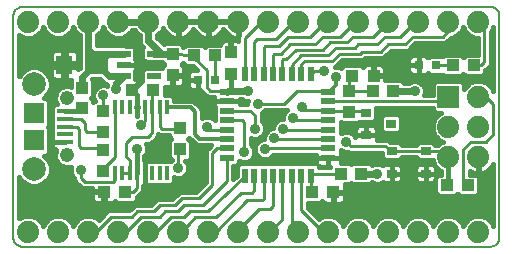
<source format=gtl>
G75*
%MOIN*%
%OFA0B0*%
%FSLAX24Y24*%
%IPPOS*%
%LPD*%
%AMOC8*
5,1,8,0,0,1.08239X$1,22.5*
%
%ADD10C,0.0080*%
%ADD11R,0.0126X0.0496*%
%ADD12R,0.0500X0.0220*%
%ADD13R,0.0220X0.0500*%
%ADD14R,0.0394X0.0433*%
%ADD15R,0.0433X0.0394*%
%ADD16C,0.0740*%
%ADD17R,0.0740X0.0740*%
%ADD18R,0.0472X0.0217*%
%ADD19R,0.0315X0.0315*%
%ADD20R,0.0354X0.0315*%
%ADD21R,0.0551X0.0157*%
%ADD22R,0.0709X0.0709*%
%ADD23C,0.0476*%
%ADD24C,0.0787*%
%ADD25R,0.0335X0.0295*%
%ADD26R,0.0551X0.0630*%
%ADD27C,0.0160*%
%ADD28C,0.0350*%
%ADD29C,0.0240*%
%ADD30C,0.0100*%
%ADD31C,0.0120*%
D10*
X002760Y000480D02*
X002760Y007880D01*
X002762Y007914D01*
X002768Y007947D01*
X002777Y007979D01*
X002790Y008010D01*
X002806Y008040D01*
X002825Y008067D01*
X002848Y008092D01*
X002873Y008115D01*
X002900Y008134D01*
X002930Y008150D01*
X002961Y008163D01*
X002993Y008172D01*
X003026Y008178D01*
X003060Y008180D01*
X018660Y008180D01*
X018694Y008178D01*
X018727Y008172D01*
X018759Y008163D01*
X018790Y008150D01*
X018820Y008134D01*
X018847Y008115D01*
X018872Y008092D01*
X018895Y008067D01*
X018914Y008040D01*
X018930Y008010D01*
X018943Y007979D01*
X018952Y007947D01*
X018958Y007914D01*
X018960Y007880D01*
X018960Y000480D01*
X018959Y000480D02*
X018957Y000446D01*
X018951Y000413D01*
X018942Y000381D01*
X018929Y000350D01*
X018913Y000320D01*
X018894Y000293D01*
X018871Y000268D01*
X018846Y000245D01*
X018819Y000226D01*
X018789Y000210D01*
X018758Y000197D01*
X018726Y000188D01*
X018693Y000182D01*
X018659Y000180D01*
X018660Y000180D02*
X003060Y000180D01*
X003026Y000182D01*
X002993Y000188D01*
X002961Y000197D01*
X002930Y000210D01*
X002900Y000226D01*
X002873Y000245D01*
X002848Y000268D01*
X002825Y000293D01*
X002806Y000320D01*
X002790Y000350D01*
X002777Y000381D01*
X002768Y000413D01*
X002762Y000446D01*
X002760Y000480D01*
X007360Y003930D02*
X007385Y003955D01*
D11*
X007385Y004824D03*
X007635Y004824D03*
X007885Y004824D03*
X007135Y004824D03*
X006885Y004824D03*
X006635Y004824D03*
X006385Y004824D03*
X006135Y004824D03*
X006135Y002636D03*
X006385Y002636D03*
X006635Y002636D03*
X006885Y002636D03*
X007135Y002636D03*
X007385Y002636D03*
X007635Y002636D03*
X007885Y002636D03*
D12*
X009882Y003140D03*
X009882Y003455D03*
X009882Y003770D03*
X009882Y004085D03*
X009882Y004400D03*
X009882Y004715D03*
X009882Y005030D03*
X009882Y005345D03*
X013262Y005345D03*
X013262Y005030D03*
X013262Y004715D03*
X013262Y004400D03*
X013262Y004085D03*
X013262Y003770D03*
X013262Y003455D03*
X013262Y003140D03*
D13*
X012674Y002553D03*
X012359Y002553D03*
X012044Y002553D03*
X011729Y002553D03*
X011415Y002553D03*
X011100Y002553D03*
X010785Y002553D03*
X010470Y002553D03*
X010470Y005933D03*
X010785Y005933D03*
X011100Y005933D03*
X011415Y005933D03*
X011729Y005933D03*
X012044Y005933D03*
X012359Y005933D03*
X012674Y005933D03*
D14*
X013960Y005384D03*
X013960Y004676D03*
X010010Y005951D03*
X010010Y006659D03*
X008072Y006597D03*
X008072Y005888D03*
X005760Y004704D03*
X005047Y004808D03*
X005047Y005477D03*
X005760Y003996D03*
X005760Y003404D03*
X005760Y002696D03*
X008310Y003426D03*
X008310Y004134D03*
D15*
X007426Y005393D03*
X006718Y005393D03*
X008780Y006555D03*
X009489Y006555D03*
X014055Y005880D03*
X014764Y005880D03*
X014737Y005368D03*
X015407Y005368D03*
X017405Y006230D03*
X018114Y006230D03*
X014357Y002618D03*
X013687Y002618D03*
X013426Y001993D03*
X012718Y001993D03*
X017205Y002230D03*
X017914Y002230D03*
X006489Y002008D03*
X005780Y002008D03*
D16*
X006260Y000680D03*
X007260Y000680D03*
X008260Y000680D03*
X009260Y000680D03*
X010260Y000680D03*
X011260Y000680D03*
X012260Y000680D03*
X013260Y000680D03*
X014260Y000680D03*
X015260Y000680D03*
X016260Y000680D03*
X017260Y000680D03*
X018260Y000680D03*
X018260Y003180D03*
X017260Y003180D03*
X017260Y004180D03*
X018260Y004180D03*
X018260Y005180D03*
X018260Y007680D03*
X017260Y007680D03*
X016260Y007680D03*
X015260Y007680D03*
X014260Y007680D03*
X013260Y007680D03*
X012260Y007680D03*
X011260Y007680D03*
X010260Y007680D03*
X009260Y007680D03*
X008260Y007680D03*
X007260Y007680D03*
X006260Y007680D03*
X005260Y007680D03*
X004260Y007680D03*
X003260Y007680D03*
X003260Y000680D03*
X004260Y000680D03*
X005260Y000680D03*
D17*
X017260Y005180D03*
D18*
X007456Y005868D03*
X006433Y005868D03*
X006433Y006243D03*
X006433Y006617D03*
X007456Y006617D03*
D19*
X008902Y005743D03*
X009492Y005743D03*
X016264Y006230D03*
X016855Y006230D03*
D20*
X014516Y004654D03*
X015343Y004280D03*
X014516Y003906D03*
D21*
X004490Y003924D03*
X004490Y003668D03*
X004490Y004180D03*
X004490Y004436D03*
X004490Y004692D03*
D22*
X003447Y004633D03*
X003447Y003727D03*
D23*
X004549Y003225D03*
X004549Y005135D03*
D24*
X003447Y005601D03*
X003447Y002759D03*
D25*
X015370Y002618D03*
X016499Y002618D03*
X016499Y003367D03*
X015370Y003367D03*
D26*
X005561Y006243D03*
X004458Y006243D03*
D27*
X004401Y006203D02*
X002960Y006203D01*
X002960Y006362D02*
X004003Y006362D01*
X004003Y006300D02*
X004401Y006300D01*
X004401Y006737D01*
X004159Y006737D01*
X004113Y006725D01*
X004072Y006701D01*
X004039Y006668D01*
X004015Y006627D01*
X004003Y006581D01*
X004003Y006300D01*
X004003Y006185D02*
X004003Y005904D01*
X004015Y005858D01*
X004039Y005817D01*
X004072Y005784D01*
X004113Y005760D01*
X004159Y005748D01*
X004401Y005748D01*
X004401Y006185D01*
X004516Y006185D01*
X004516Y006300D01*
X004914Y006300D01*
X004914Y006581D01*
X004902Y006627D01*
X004878Y006668D01*
X004844Y006701D01*
X004803Y006725D01*
X004758Y006737D01*
X004516Y006737D01*
X004516Y006300D01*
X004401Y006300D01*
X004401Y006185D01*
X004003Y006185D01*
X004003Y006045D02*
X003787Y006045D01*
X003761Y006071D02*
X003557Y006155D01*
X003337Y006155D01*
X003133Y006071D01*
X002978Y005915D01*
X002960Y005871D01*
X002960Y007231D01*
X003154Y007150D01*
X003365Y007150D01*
X003560Y007231D01*
X003709Y007380D01*
X003760Y007502D01*
X003810Y007380D01*
X003959Y007231D01*
X004154Y007150D01*
X004365Y007150D01*
X004560Y007231D01*
X004709Y007380D01*
X004760Y007502D01*
X004810Y007380D01*
X004959Y007231D01*
X004980Y007222D01*
X004980Y006781D01*
X004973Y006152D01*
X004914Y006093D01*
X004914Y006185D01*
X004516Y006185D01*
X004516Y005748D01*
X004690Y005748D01*
X004690Y005507D01*
X004629Y005533D01*
X004470Y005533D01*
X004324Y005472D01*
X004212Y005360D01*
X004151Y005214D01*
X004151Y005056D01*
X004203Y004931D01*
X004148Y004931D01*
X004055Y004837D01*
X004055Y003830D01*
X004047Y003816D01*
X004035Y003771D01*
X004035Y003668D01*
X004035Y003566D01*
X004047Y003520D01*
X004071Y003479D01*
X004104Y003445D01*
X004145Y003422D01*
X004191Y003409D01*
X004195Y003409D01*
X004151Y003304D01*
X004151Y003146D01*
X004212Y003000D01*
X004324Y002888D01*
X004470Y002827D01*
X004629Y002827D01*
X004682Y002849D01*
X004665Y002807D01*
X004665Y002673D01*
X004716Y002550D01*
X004790Y002476D01*
X004790Y002388D01*
X004925Y002253D01*
X005048Y002130D01*
X005384Y002130D01*
X005384Y002026D01*
X005762Y002026D01*
X005762Y001989D01*
X005799Y001989D01*
X005799Y001631D01*
X006020Y001631D01*
X006066Y001643D01*
X006107Y001667D01*
X006141Y001700D01*
X006147Y001710D01*
X006206Y001651D01*
X006772Y001651D01*
X006865Y001744D01*
X006865Y001823D01*
X006911Y001872D01*
X007033Y001994D01*
X007094Y002055D01*
X007094Y002055D01*
X007095Y002056D01*
X007095Y002142D01*
X007095Y002208D01*
X007135Y002208D01*
X007221Y002208D01*
X007267Y002220D01*
X007281Y002228D01*
X008014Y002228D01*
X008108Y002322D01*
X008108Y002500D01*
X008180Y002470D01*
X008314Y002470D01*
X008437Y002521D01*
X008531Y002615D01*
X008582Y002738D01*
X008582Y002872D01*
X008531Y002995D01*
X008477Y003049D01*
X008573Y003049D01*
X008666Y003143D01*
X008666Y003708D01*
X008595Y003780D01*
X008622Y003807D01*
X008740Y003689D01*
X008868Y003560D01*
X009343Y003560D01*
X009298Y003515D01*
X009175Y003392D01*
X009175Y002329D01*
X008860Y002015D01*
X008298Y002015D01*
X008048Y001765D01*
X006865Y001765D01*
X006963Y001924D02*
X008206Y001924D01*
X008048Y001765D02*
X007548Y001765D01*
X007360Y001577D01*
X006798Y001577D01*
X006610Y001390D01*
X005923Y001390D01*
X005611Y001078D01*
X005560Y001129D01*
X005365Y001210D01*
X005154Y001210D01*
X004959Y001129D01*
X004810Y000980D01*
X004760Y000858D01*
X004709Y000980D01*
X004560Y001129D01*
X004365Y001210D01*
X004154Y001210D01*
X003959Y001129D01*
X003810Y000980D01*
X003760Y000858D01*
X003709Y000980D01*
X003560Y001129D01*
X003365Y001210D01*
X003154Y001210D01*
X002960Y001129D01*
X002960Y002489D01*
X002978Y002445D01*
X003133Y002289D01*
X003337Y002205D01*
X003557Y002205D01*
X003761Y002289D01*
X003916Y002445D01*
X004001Y002649D01*
X004001Y002869D01*
X003916Y003072D01*
X003776Y003213D01*
X003868Y003213D01*
X003961Y003307D01*
X003961Y004148D01*
X003929Y004180D01*
X003961Y004212D01*
X003961Y005053D01*
X003868Y005147D01*
X003776Y005147D01*
X003916Y005288D01*
X004001Y005491D01*
X004001Y005711D01*
X003916Y005915D01*
X003761Y006071D01*
X003928Y005886D02*
X004008Y005886D01*
X003994Y005728D02*
X004690Y005728D01*
X004690Y005569D02*
X004001Y005569D01*
X003967Y005411D02*
X004262Y005411D01*
X004167Y005252D02*
X003881Y005252D01*
X003921Y005094D02*
X004151Y005094D01*
X004201Y004935D02*
X003961Y004935D01*
X003961Y004777D02*
X004055Y004777D01*
X004055Y004618D02*
X003961Y004618D01*
X003961Y004460D02*
X004055Y004460D01*
X004055Y004301D02*
X003961Y004301D01*
X003961Y004143D02*
X004055Y004143D01*
X004055Y003984D02*
X003961Y003984D01*
X003961Y003826D02*
X004052Y003826D01*
X004035Y003668D02*
X004490Y003668D01*
X004035Y003668D01*
X004035Y003667D02*
X003961Y003667D01*
X003961Y003509D02*
X004054Y003509D01*
X003961Y003350D02*
X004170Y003350D01*
X004151Y003192D02*
X003797Y003192D01*
X003933Y003033D02*
X004198Y003033D01*
X004356Y002875D02*
X003998Y002875D01*
X004001Y002716D02*
X004665Y002716D01*
X004713Y002558D02*
X003963Y002558D01*
X003870Y002399D02*
X004790Y002399D01*
X004937Y002241D02*
X003643Y002241D01*
X003251Y002241D02*
X002960Y002241D01*
X002960Y002399D02*
X003024Y002399D01*
X002960Y002082D02*
X005384Y002082D01*
X005384Y001989D02*
X005384Y001787D01*
X005396Y001741D01*
X005420Y001700D01*
X005453Y001667D01*
X005494Y001643D01*
X005540Y001631D01*
X005762Y001631D01*
X005762Y001989D01*
X005384Y001989D01*
X005384Y001924D02*
X002960Y001924D01*
X002960Y001765D02*
X005390Y001765D01*
X005762Y001765D02*
X005799Y001765D01*
X005799Y001924D02*
X005762Y001924D01*
X006668Y001448D02*
X002960Y001448D01*
X002960Y001607D02*
X007389Y001607D01*
X007095Y002082D02*
X008927Y002082D01*
X009086Y002241D02*
X008027Y002241D01*
X008108Y002399D02*
X009175Y002399D01*
X009175Y002558D02*
X008473Y002558D01*
X008573Y002716D02*
X009175Y002716D01*
X009175Y002875D02*
X008581Y002875D01*
X008493Y003033D02*
X009175Y003033D01*
X009175Y003192D02*
X008666Y003192D01*
X008666Y003350D02*
X009175Y003350D01*
X009291Y003509D02*
X008666Y003509D01*
X008666Y003667D02*
X008761Y003667D01*
X008024Y003780D02*
X007953Y003708D01*
X007953Y003143D01*
X008032Y003064D01*
X008012Y003044D01*
X007755Y003044D01*
X007281Y003044D01*
X007267Y003052D01*
X007221Y003064D01*
X007135Y003064D01*
X007135Y002636D01*
X007135Y002636D01*
X007135Y002208D01*
X007135Y002636D01*
X007135Y002636D01*
X007135Y003064D01*
X007125Y003064D01*
X007125Y003196D01*
X007169Y003240D01*
X007220Y003363D01*
X007220Y003497D01*
X007169Y003620D01*
X007168Y003620D01*
X007346Y003620D01*
X007472Y003745D01*
X007595Y003868D01*
X007595Y003923D01*
X007610Y003908D01*
X007953Y003908D01*
X007953Y003852D01*
X008024Y003780D01*
X007979Y003826D02*
X007552Y003826D01*
X007394Y003667D02*
X007953Y003667D01*
X007953Y003509D02*
X007215Y003509D01*
X007214Y003350D02*
X007953Y003350D01*
X007953Y003192D02*
X007125Y003192D01*
X007135Y003033D02*
X007135Y003033D01*
X007135Y002875D02*
X007135Y002875D01*
X007135Y002716D02*
X007135Y002716D01*
X007135Y002558D02*
X007135Y002558D01*
X007135Y002399D02*
X007135Y002399D01*
X007135Y002241D02*
X007135Y002241D01*
X006885Y002636D02*
X006885Y003430D01*
X006885Y004541D02*
X006885Y004824D01*
X006885Y004824D01*
X006912Y004824D01*
X006912Y004824D01*
X006885Y004824D01*
X006885Y004541D01*
X006885Y004541D01*
X006885Y004618D02*
X006885Y004618D01*
X006885Y004777D02*
X006885Y004777D01*
X006885Y004824D02*
X006885Y004824D01*
X006885Y005016D01*
X006885Y005016D01*
X006885Y004824D01*
X006885Y004824D01*
X006885Y005225D01*
X006718Y005393D01*
X006829Y005769D02*
X006829Y006043D01*
X006826Y006046D01*
X006837Y006065D01*
X006849Y006111D01*
X006849Y006242D01*
X006433Y006242D01*
X006433Y006243D01*
X006849Y006243D01*
X006849Y006374D01*
X006837Y006420D01*
X006826Y006439D01*
X006829Y006442D01*
X006829Y006791D01*
X006735Y006885D01*
X006517Y006885D01*
X006488Y006897D01*
X005540Y006897D01*
X005540Y007222D01*
X005560Y007231D01*
X005709Y007380D01*
X005760Y007502D01*
X005810Y007380D01*
X005959Y007231D01*
X006154Y007150D01*
X006365Y007150D01*
X006560Y007231D01*
X006709Y007380D01*
X006717Y007400D01*
X006802Y007400D01*
X006810Y007380D01*
X006959Y007231D01*
X006980Y007222D01*
X006980Y006998D01*
X007022Y006895D01*
X007093Y006824D01*
X007060Y006791D01*
X007060Y006442D01*
X007154Y006348D01*
X007372Y006348D01*
X007401Y006337D01*
X007715Y006337D01*
X007715Y006314D01*
X007775Y006255D01*
X007765Y006249D01*
X007731Y006215D01*
X007707Y006174D01*
X007697Y006137D01*
X007154Y006137D01*
X007060Y006043D01*
X007060Y005718D01*
X007045Y005733D01*
X007004Y005757D01*
X006958Y005769D01*
X006829Y005769D01*
X007051Y005728D02*
X007060Y005728D01*
X007060Y005886D02*
X006829Y005886D01*
X006827Y006045D02*
X007062Y006045D01*
X006849Y006203D02*
X007724Y006203D01*
X008090Y005907D02*
X008449Y005907D01*
X008449Y006128D01*
X008437Y006174D01*
X008413Y006215D01*
X008379Y006249D01*
X008369Y006255D01*
X008405Y006290D01*
X008497Y006198D01*
X008757Y006198D01*
X008875Y006080D01*
X008721Y006080D01*
X008675Y006068D01*
X008634Y006044D01*
X008600Y006011D01*
X008577Y005969D01*
X008564Y005924D01*
X008564Y005743D01*
X008902Y005743D01*
X008902Y005742D01*
X008902Y005405D01*
X008988Y005405D01*
X009112Y005281D01*
X009235Y005158D01*
X009452Y005158D01*
X009452Y005030D01*
X009882Y005030D01*
X009882Y005030D01*
X010312Y005030D01*
X010312Y005088D01*
X010378Y005088D01*
X010382Y005084D01*
X010505Y005033D01*
X010572Y005033D01*
X010562Y005009D01*
X010562Y004925D01*
X010312Y004925D01*
X010312Y005030D01*
X009882Y005030D01*
X009882Y005030D01*
X009452Y005030D01*
X009452Y004896D01*
X009464Y004850D01*
X009472Y004837D01*
X009472Y004391D01*
X009399Y004464D01*
X009276Y004515D01*
X009143Y004515D01*
X009030Y004468D01*
X009030Y004771D01*
X008901Y004900D01*
X008757Y005044D01*
X008108Y005044D01*
X008108Y005138D01*
X008014Y005232D01*
X007803Y005232D01*
X007803Y005506D01*
X007806Y005504D01*
X007851Y005492D01*
X008054Y005492D01*
X008054Y005870D01*
X008090Y005870D01*
X008090Y005492D01*
X008293Y005492D01*
X008338Y005504D01*
X008379Y005528D01*
X008413Y005561D01*
X008437Y005602D01*
X008449Y005648D01*
X008449Y005870D01*
X008090Y005870D01*
X008090Y005907D01*
X008090Y005886D02*
X008564Y005886D01*
X008635Y006045D02*
X008449Y006045D01*
X008420Y006203D02*
X008493Y006203D01*
X008564Y005742D02*
X008564Y005561D01*
X008577Y005516D01*
X008600Y005474D01*
X008634Y005441D01*
X008675Y005417D01*
X008721Y005405D01*
X008902Y005405D01*
X008902Y005742D01*
X008902Y005742D01*
X008564Y005742D01*
X008564Y005728D02*
X008449Y005728D01*
X008417Y005569D02*
X008564Y005569D01*
X008700Y005411D02*
X007803Y005411D01*
X008054Y005569D02*
X008090Y005569D01*
X008090Y005728D02*
X008054Y005728D01*
X007803Y005252D02*
X009141Y005252D01*
X008902Y005411D02*
X008902Y005411D01*
X008902Y005569D02*
X008902Y005569D01*
X008902Y005728D02*
X008902Y005728D01*
X009882Y005345D02*
X010010Y005472D01*
X010010Y005951D01*
X010028Y006678D02*
X009991Y006678D01*
X009991Y007056D01*
X009789Y007056D01*
X009743Y007044D01*
X009702Y007020D01*
X009669Y006986D01*
X009645Y006945D01*
X009636Y006912D01*
X009206Y006912D01*
X009135Y006840D01*
X009063Y006912D01*
X008497Y006912D01*
X008429Y006843D01*
X008429Y006880D01*
X008335Y006973D01*
X007809Y006973D01*
X007773Y006937D01*
X007540Y007170D01*
X007540Y007222D01*
X007560Y007231D01*
X007709Y007380D01*
X007748Y007474D01*
X007750Y007469D01*
X007789Y007392D01*
X007840Y007322D01*
X007901Y007260D01*
X007971Y007210D01*
X008048Y007170D01*
X008131Y007144D01*
X008216Y007130D01*
X008240Y007130D01*
X008240Y007660D01*
X008280Y007660D01*
X008280Y007700D01*
X009240Y007700D01*
X009240Y007660D01*
X009280Y007660D01*
X009280Y007700D01*
X010240Y007700D01*
X010240Y007660D01*
X010280Y007660D01*
X010280Y007247D01*
X010260Y007227D01*
X010260Y007048D01*
X010230Y007056D01*
X010028Y007056D01*
X010028Y006678D01*
X010028Y006679D02*
X009991Y006679D01*
X009991Y006837D02*
X010028Y006837D01*
X010028Y006996D02*
X009991Y006996D01*
X010048Y007170D02*
X010131Y007144D01*
X010216Y007130D01*
X010240Y007130D01*
X010240Y007660D01*
X009710Y007660D01*
X009280Y007660D01*
X009280Y007130D01*
X009303Y007130D01*
X009388Y007144D01*
X009471Y007170D01*
X009548Y007210D01*
X009618Y007260D01*
X009679Y007322D01*
X009730Y007392D01*
X009760Y007450D01*
X009789Y007392D01*
X009840Y007322D01*
X009901Y007260D01*
X009971Y007210D01*
X010048Y007170D01*
X010099Y007154D02*
X009421Y007154D01*
X009280Y007154D02*
X009240Y007154D01*
X009240Y007130D02*
X009240Y007660D01*
X008810Y007660D01*
X008280Y007660D01*
X008280Y007130D01*
X008303Y007130D01*
X008388Y007144D01*
X008471Y007170D01*
X008548Y007210D01*
X008618Y007260D01*
X008679Y007322D01*
X008730Y007392D01*
X008760Y007450D01*
X008789Y007392D01*
X008840Y007322D01*
X008901Y007260D01*
X008971Y007210D01*
X009048Y007170D01*
X009131Y007144D01*
X009216Y007130D01*
X009240Y007130D01*
X009099Y007154D02*
X008421Y007154D01*
X008280Y007154D02*
X008240Y007154D01*
X008099Y007154D02*
X007555Y007154D01*
X007714Y006996D02*
X009678Y006996D01*
X009670Y007313D02*
X009849Y007313D01*
X010240Y007313D02*
X010280Y007313D01*
X010280Y007471D02*
X010240Y007471D01*
X010240Y007630D02*
X010280Y007630D01*
X010260Y007154D02*
X010240Y007154D01*
X009280Y007313D02*
X009240Y007313D01*
X009240Y007471D02*
X009280Y007471D01*
X009280Y007630D02*
X009240Y007630D01*
X008849Y007313D02*
X008670Y007313D01*
X008280Y007313D02*
X008240Y007313D01*
X008240Y007471D02*
X008280Y007471D01*
X008280Y007630D02*
X008240Y007630D01*
X007749Y007471D02*
X007747Y007471D01*
X007849Y007313D02*
X007642Y007313D01*
X006980Y007154D02*
X006375Y007154D01*
X006144Y007154D02*
X005540Y007154D01*
X005540Y006996D02*
X006981Y006996D01*
X007081Y006837D02*
X006783Y006837D01*
X006829Y006679D02*
X007060Y006679D01*
X007060Y006520D02*
X006829Y006520D01*
X006849Y006362D02*
X007141Y006362D01*
X005886Y005585D02*
X005870Y005547D01*
X005826Y005565D01*
X005693Y005565D01*
X005570Y005514D01*
X005476Y005420D01*
X005425Y005297D01*
X005425Y005163D01*
X005470Y005054D01*
X005404Y004988D01*
X005404Y005091D01*
X005352Y005142D01*
X005404Y005194D01*
X005404Y005760D01*
X005396Y005768D01*
X005643Y005768D01*
X005705Y005706D01*
X005783Y005628D01*
X005886Y005585D01*
X005879Y005569D02*
X005404Y005569D01*
X005404Y005411D02*
X005472Y005411D01*
X005425Y005252D02*
X005404Y005252D01*
X005401Y005094D02*
X005453Y005094D01*
X005047Y004808D02*
X004931Y004692D01*
X004490Y004692D01*
X004490Y003668D02*
X004490Y003668D01*
X006858Y004824D02*
X006858Y004824D01*
X006885Y004824D01*
X006885Y004824D01*
X006858Y004824D01*
X006885Y004935D02*
X006885Y004935D01*
X008108Y005094D02*
X009452Y005094D01*
X009452Y004935D02*
X008866Y004935D01*
X009024Y004777D02*
X009472Y004777D01*
X009472Y004618D02*
X009030Y004618D01*
X009404Y004460D02*
X009472Y004460D01*
X010312Y004935D02*
X010562Y004935D01*
X011032Y004636D02*
X011087Y004659D01*
X011161Y004733D01*
X011863Y004733D01*
X011788Y004657D01*
X011737Y004534D01*
X011737Y004440D01*
X011693Y004440D01*
X011570Y004389D01*
X011476Y004295D01*
X011425Y004172D01*
X011425Y004127D01*
X011380Y004127D01*
X011257Y004076D01*
X011163Y003982D01*
X011112Y003859D01*
X011112Y003765D01*
X011068Y003765D01*
X010945Y003714D01*
X010851Y003620D01*
X010800Y003497D01*
X010800Y003363D01*
X010851Y003240D01*
X010945Y003146D01*
X011068Y003095D01*
X011201Y003095D01*
X011324Y003146D01*
X011419Y003240D01*
X011421Y003245D01*
X012832Y003245D01*
X012832Y003140D01*
X012832Y003006D01*
X012844Y002962D01*
X010293Y002962D01*
X010200Y002869D01*
X010200Y002547D01*
X010092Y002445D01*
X010092Y002870D01*
X010198Y002870D01*
X010292Y002964D01*
X010292Y003037D01*
X010393Y002995D01*
X010526Y002995D01*
X010649Y003046D01*
X010744Y003140D01*
X010795Y003263D01*
X010795Y003397D01*
X010744Y003520D01*
X010670Y003594D01*
X010670Y003818D01*
X010755Y003783D01*
X010889Y003783D01*
X011012Y003834D01*
X011106Y003928D01*
X011157Y004051D01*
X011157Y004184D01*
X011106Y004307D01*
X011032Y004381D01*
X011032Y004636D01*
X011032Y004618D02*
X011772Y004618D01*
X011737Y004460D02*
X011032Y004460D01*
X011109Y004301D02*
X011482Y004301D01*
X011425Y004143D02*
X011157Y004143D01*
X011165Y003984D02*
X011129Y003984D01*
X011112Y003826D02*
X010992Y003826D01*
X010898Y003667D02*
X010670Y003667D01*
X010748Y003509D02*
X010804Y003509D01*
X010795Y003350D02*
X010805Y003350D01*
X010765Y003192D02*
X010899Y003192D01*
X010618Y003033D02*
X012832Y003033D01*
X012944Y002862D02*
X012944Y002827D01*
X013311Y002827D01*
X013311Y002850D01*
X013262Y002850D01*
X013262Y003140D01*
X013262Y003140D01*
X013262Y002850D01*
X012988Y002850D01*
X012944Y002862D01*
X013262Y002875D02*
X013262Y002875D01*
X013262Y003033D02*
X013262Y003033D01*
X013262Y003140D02*
X013262Y003140D01*
X012832Y003140D01*
X013262Y003140D01*
X013262Y003140D01*
X013692Y003140D01*
X013692Y003006D01*
X013683Y002974D01*
X013970Y002974D01*
X014022Y002923D01*
X014074Y002974D01*
X014639Y002974D01*
X014707Y002907D01*
X014818Y002952D01*
X014951Y002952D01*
X015074Y002901D01*
X015079Y002897D01*
X015092Y002910D01*
X015133Y002934D01*
X015179Y002946D01*
X015370Y002946D01*
X015370Y002618D01*
X015370Y002291D01*
X015561Y002291D01*
X015606Y002303D01*
X015647Y002327D01*
X015681Y002360D01*
X015705Y002401D01*
X015717Y002447D01*
X015717Y002618D01*
X015370Y002618D01*
X015370Y002618D01*
X015370Y002618D01*
X015370Y002291D01*
X015179Y002291D01*
X015133Y002303D01*
X015092Y002327D01*
X015080Y002339D01*
X015074Y002334D01*
X014951Y002283D01*
X014818Y002283D01*
X014707Y002328D01*
X014639Y002261D01*
X014074Y002261D01*
X014022Y002312D01*
X013970Y002261D01*
X013810Y002261D01*
X013811Y002259D01*
X013823Y002213D01*
X013823Y002011D01*
X013445Y002011D01*
X013445Y001974D01*
X013823Y001974D01*
X013823Y001772D01*
X013811Y001726D01*
X013787Y001685D01*
X013753Y001652D01*
X013712Y001628D01*
X013667Y001616D01*
X013445Y001616D01*
X013445Y001974D01*
X013408Y001974D01*
X013408Y001616D01*
X013186Y001616D01*
X013140Y001628D01*
X013099Y001652D01*
X013066Y001685D01*
X013060Y001695D01*
X013000Y001636D01*
X012569Y001636D01*
X012569Y001480D01*
X012939Y001110D01*
X012959Y001129D01*
X013154Y001210D01*
X013365Y001210D01*
X013560Y001129D01*
X013709Y000980D01*
X013760Y000858D01*
X013810Y000980D01*
X013959Y001129D01*
X014154Y001210D01*
X014365Y001210D01*
X014560Y001129D01*
X014709Y000980D01*
X014760Y000858D01*
X014810Y000980D01*
X014959Y001129D01*
X015154Y001210D01*
X015365Y001210D01*
X015560Y001129D01*
X015709Y000980D01*
X015760Y000858D01*
X015810Y000980D01*
X015959Y001129D01*
X016154Y001210D01*
X016365Y001210D01*
X016560Y001129D01*
X016709Y000980D01*
X016760Y000858D01*
X016810Y000980D01*
X016959Y001129D01*
X017154Y001210D01*
X017365Y001210D01*
X017560Y001129D01*
X017709Y000980D01*
X017760Y000858D01*
X017810Y000980D01*
X017959Y001129D01*
X018154Y001210D01*
X018365Y001210D01*
X018560Y001129D01*
X018709Y000980D01*
X018760Y000858D01*
X018760Y002950D01*
X018730Y002892D01*
X018679Y002822D01*
X018618Y002760D01*
X018548Y002710D01*
X018471Y002670D01*
X018388Y002644D01*
X018303Y002630D01*
X018280Y002630D01*
X018280Y003160D01*
X018240Y003160D01*
X018240Y002630D01*
X018216Y002630D01*
X018131Y002644D01*
X018048Y002670D01*
X017971Y002710D01*
X017970Y002711D01*
X017970Y002587D01*
X018197Y002587D01*
X018290Y002493D01*
X018290Y001967D01*
X018197Y001873D01*
X017631Y001873D01*
X017560Y001945D01*
X017488Y001873D01*
X016922Y001873D01*
X016829Y001967D01*
X016829Y002391D01*
X016811Y002360D01*
X016777Y002327D01*
X016736Y002303D01*
X016690Y002291D01*
X016499Y002291D01*
X016499Y002618D01*
X016499Y002618D01*
X016152Y002618D01*
X016152Y002447D01*
X016164Y002401D01*
X016188Y002360D01*
X016222Y002327D01*
X016263Y002303D01*
X016308Y002291D01*
X016499Y002291D01*
X016499Y002618D01*
X016499Y002618D01*
X016152Y002618D01*
X016152Y002790D01*
X016164Y002836D01*
X016188Y002877D01*
X016222Y002910D01*
X016263Y002934D01*
X016308Y002946D01*
X016499Y002946D01*
X016499Y002618D01*
X016499Y002618D01*
X016499Y002618D01*
X016847Y002618D01*
X016847Y002511D01*
X016922Y002587D01*
X017020Y002587D01*
X017020Y002706D01*
X016959Y002731D01*
X016810Y002880D01*
X016735Y003061D01*
X016733Y003059D01*
X016266Y003059D01*
X016172Y003153D01*
X016172Y003157D01*
X015697Y003157D01*
X015697Y003153D01*
X015603Y003059D01*
X015136Y003059D01*
X015042Y003153D01*
X015042Y003320D01*
X013923Y003320D01*
X013898Y003345D01*
X013793Y003345D01*
X013672Y003395D01*
X013672Y003333D01*
X013680Y003320D01*
X013692Y003274D01*
X013692Y003140D01*
X013262Y003140D01*
X013692Y003192D02*
X015042Y003192D01*
X015370Y002946D02*
X015370Y002618D01*
X015717Y002618D01*
X015717Y002790D01*
X015705Y002836D01*
X015681Y002877D01*
X015647Y002910D01*
X015606Y002934D01*
X015561Y002946D01*
X015370Y002946D01*
X015370Y002875D02*
X015370Y002875D01*
X015682Y002875D02*
X016187Y002875D01*
X016499Y002875D02*
X016499Y002875D01*
X016499Y002946D02*
X016499Y002618D01*
X016847Y002618D01*
X016847Y002790D01*
X016835Y002836D01*
X016811Y002877D01*
X016777Y002910D01*
X016736Y002934D01*
X016690Y002946D01*
X016499Y002946D01*
X016747Y003033D02*
X013692Y003033D01*
X013672Y003350D02*
X013781Y003350D01*
X014159Y003833D02*
X014144Y003870D01*
X014049Y003964D01*
X013926Y004015D01*
X013793Y004015D01*
X013672Y003965D01*
X013672Y004324D01*
X013696Y004299D01*
X014223Y004299D01*
X014266Y004343D01*
X014272Y004337D01*
X014759Y004337D01*
X014853Y004430D01*
X014853Y004820D01*
X016730Y004820D01*
X016730Y004744D01*
X016823Y004650D01*
X017009Y004650D01*
X016959Y004629D01*
X016810Y004480D01*
X016730Y004285D01*
X016730Y004075D01*
X016810Y003880D01*
X016959Y003731D01*
X017082Y003680D01*
X016959Y003629D01*
X016906Y003577D01*
X016827Y003577D01*
X016827Y003580D01*
X016733Y003674D01*
X016266Y003674D01*
X016172Y003580D01*
X016172Y003577D01*
X015697Y003577D01*
X015697Y003580D01*
X015603Y003674D01*
X015316Y003674D01*
X015299Y003688D01*
X015246Y003740D01*
X015232Y003740D01*
X015220Y003749D01*
X015146Y003740D01*
X014873Y003740D01*
X014873Y003906D01*
X014873Y004087D01*
X014861Y004133D01*
X014837Y004174D01*
X014804Y004208D01*
X014762Y004231D01*
X014717Y004243D01*
X014516Y004243D01*
X014516Y003906D01*
X014873Y003906D01*
X014516Y003906D01*
X014516Y003906D01*
X014516Y003906D01*
X014516Y004243D01*
X014315Y004243D01*
X014269Y004231D01*
X014228Y004208D01*
X014195Y004174D01*
X014171Y004133D01*
X014159Y004087D01*
X014159Y003906D01*
X014159Y003833D01*
X014159Y003906D02*
X014516Y003906D01*
X014516Y003906D01*
X014159Y003906D01*
X014159Y003984D02*
X014001Y003984D01*
X014176Y004143D02*
X013672Y004143D01*
X013672Y003984D02*
X013718Y003984D01*
X013695Y004301D02*
X013672Y004301D01*
X014225Y004301D02*
X015005Y004301D01*
X015005Y004143D02*
X014855Y004143D01*
X014873Y003984D02*
X015078Y003984D01*
X015099Y003963D02*
X015005Y004056D01*
X015005Y004504D01*
X015099Y004597D01*
X015586Y004597D01*
X015680Y004504D01*
X015680Y004056D01*
X015586Y003963D01*
X015099Y003963D01*
X014873Y003826D02*
X016864Y003826D01*
X016740Y003667D02*
X017050Y003667D01*
X016767Y003984D02*
X015608Y003984D01*
X015680Y004143D02*
X016730Y004143D01*
X016736Y004301D02*
X015680Y004301D01*
X015680Y004460D02*
X016802Y004460D01*
X016948Y004618D02*
X014853Y004618D01*
X014853Y004460D02*
X015005Y004460D01*
X014853Y004777D02*
X016730Y004777D01*
X016730Y005240D02*
X016444Y005240D01*
X016470Y005301D01*
X016470Y005434D01*
X016419Y005557D01*
X016324Y005651D01*
X016201Y005702D01*
X016068Y005702D01*
X015945Y005651D01*
X015941Y005647D01*
X015766Y005647D01*
X015689Y005724D01*
X015160Y005724D01*
X015160Y005862D01*
X014782Y005862D01*
X014782Y005898D01*
X015160Y005898D01*
X015160Y006101D01*
X015148Y006146D01*
X015124Y006187D01*
X015091Y006221D01*
X015050Y006245D01*
X015004Y006257D01*
X014782Y006257D01*
X014782Y005898D01*
X014745Y005898D01*
X014745Y006257D01*
X014524Y006257D01*
X014478Y006245D01*
X014437Y006221D01*
X014403Y006187D01*
X014397Y006177D01*
X014338Y006237D01*
X013772Y006237D01*
X013679Y006143D01*
X013679Y006123D01*
X013576Y006165D01*
X013479Y006165D01*
X013721Y006408D01*
X014409Y006408D01*
X014471Y006470D01*
X015096Y006470D01*
X015346Y006720D01*
X015909Y006720D01*
X016159Y006970D01*
X017159Y006970D01*
X017339Y007150D01*
X017365Y007150D01*
X017560Y007231D01*
X017709Y007380D01*
X017760Y007502D01*
X017810Y007380D01*
X017959Y007231D01*
X018154Y007150D01*
X018250Y007150D01*
X018250Y006587D01*
X017831Y006587D01*
X017760Y006515D01*
X017688Y006587D01*
X017122Y006587D01*
X017081Y006545D01*
X017079Y006547D01*
X016631Y006547D01*
X016572Y006488D01*
X016566Y006498D01*
X016532Y006532D01*
X016491Y006555D01*
X016445Y006567D01*
X016264Y006567D01*
X016083Y006567D01*
X016037Y006555D01*
X015996Y006532D01*
X015963Y006498D01*
X015939Y006457D01*
X015927Y006411D01*
X015927Y006230D01*
X015927Y006049D01*
X015939Y006003D01*
X015963Y005962D01*
X015996Y005928D01*
X016037Y005905D01*
X016083Y005893D01*
X016264Y005893D01*
X016264Y006230D01*
X015927Y006230D01*
X016264Y006230D01*
X016264Y006230D01*
X016264Y006230D01*
X016264Y006567D01*
X016264Y006230D01*
X016264Y006230D01*
X016264Y005893D01*
X016445Y005893D01*
X016491Y005905D01*
X016532Y005928D01*
X016566Y005962D01*
X016572Y005972D01*
X016631Y005913D01*
X017079Y005913D01*
X017081Y005915D01*
X017122Y005873D01*
X017688Y005873D01*
X017760Y005945D01*
X017831Y005873D01*
X018397Y005873D01*
X018490Y005967D01*
X018490Y006064D01*
X018546Y006120D01*
X018670Y006243D01*
X018670Y007340D01*
X018709Y007380D01*
X018760Y007502D01*
X018760Y005358D01*
X018709Y005480D01*
X018560Y005629D01*
X018365Y005710D01*
X018154Y005710D01*
X017959Y005629D01*
X017810Y005480D01*
X017790Y005430D01*
X017790Y005616D01*
X017696Y005710D01*
X016823Y005710D01*
X016730Y005616D01*
X016730Y005240D01*
X016730Y005252D02*
X016449Y005252D01*
X016470Y005411D02*
X016730Y005411D01*
X016730Y005569D02*
X016407Y005569D01*
X017110Y005886D02*
X014782Y005886D01*
X014782Y006045D02*
X014745Y006045D01*
X014745Y006203D02*
X014782Y006203D01*
X015109Y006203D02*
X015927Y006203D01*
X015927Y006362D02*
X013676Y006362D01*
X013739Y006203D02*
X013517Y006203D01*
X014372Y006203D02*
X014419Y006203D01*
X015147Y006520D02*
X015985Y006520D01*
X016264Y006520D02*
X016264Y006520D01*
X016264Y006362D02*
X016264Y006362D01*
X016264Y006203D02*
X016264Y006203D01*
X016264Y006045D02*
X016264Y006045D01*
X015928Y006045D02*
X015160Y006045D01*
X015160Y005728D02*
X018760Y005728D01*
X018760Y005886D02*
X018410Y005886D01*
X018490Y006045D02*
X018760Y006045D01*
X018760Y006203D02*
X018630Y006203D01*
X018670Y006362D02*
X018760Y006362D01*
X018760Y006520D02*
X018670Y006520D01*
X018670Y006679D02*
X018760Y006679D01*
X018760Y006837D02*
X018670Y006837D01*
X018670Y006996D02*
X018760Y006996D01*
X018760Y007154D02*
X018670Y007154D01*
X018670Y007313D02*
X018760Y007313D01*
X018747Y007471D02*
X018760Y007471D01*
X018144Y007154D02*
X017375Y007154D01*
X017185Y006996D02*
X018250Y006996D01*
X018250Y006837D02*
X016026Y006837D01*
X016544Y006520D02*
X016604Y006520D01*
X017755Y006520D02*
X017764Y006520D01*
X018250Y006679D02*
X015305Y006679D01*
X017642Y007313D02*
X017877Y007313D01*
X017772Y007471D02*
X017747Y007471D01*
X017701Y005886D02*
X017818Y005886D01*
X017790Y005569D02*
X017899Y005569D01*
X018620Y005569D02*
X018760Y005569D01*
X018760Y005411D02*
X018738Y005411D01*
X016259Y003667D02*
X015610Y003667D01*
X014516Y003984D02*
X014516Y003984D01*
X014516Y004143D02*
X014516Y004143D01*
X012832Y003192D02*
X011370Y003192D01*
X010301Y003033D02*
X010292Y003033D01*
X010205Y002875D02*
X010203Y002875D01*
X010200Y002716D02*
X010092Y002716D01*
X010092Y002558D02*
X010200Y002558D01*
X012569Y001607D02*
X018760Y001607D01*
X018760Y001448D02*
X012601Y001448D01*
X012759Y001290D02*
X018760Y001290D01*
X018760Y001131D02*
X018556Y001131D01*
X018712Y000973D02*
X018760Y000973D01*
X017963Y001131D02*
X017556Y001131D01*
X017712Y000973D02*
X017807Y000973D01*
X016963Y001131D02*
X016556Y001131D01*
X016712Y000973D02*
X016807Y000973D01*
X015963Y001131D02*
X015556Y001131D01*
X015712Y000973D02*
X015807Y000973D01*
X014963Y001131D02*
X014556Y001131D01*
X014712Y000973D02*
X014807Y000973D01*
X013963Y001131D02*
X013556Y001131D01*
X013712Y000973D02*
X013807Y000973D01*
X012963Y001131D02*
X012918Y001131D01*
X013408Y001765D02*
X013445Y001765D01*
X013445Y001924D02*
X013408Y001924D01*
X013823Y001924D02*
X016872Y001924D01*
X016829Y002082D02*
X013823Y002082D01*
X013816Y002241D02*
X016829Y002241D01*
X016499Y002399D02*
X016499Y002399D01*
X016166Y002399D02*
X015703Y002399D01*
X015370Y002399D02*
X015370Y002399D01*
X015370Y002558D02*
X015370Y002558D01*
X015370Y002618D02*
X015370Y002618D01*
X015370Y002716D02*
X015370Y002716D01*
X015717Y002716D02*
X016152Y002716D01*
X016152Y002558D02*
X015717Y002558D01*
X016499Y002558D02*
X016499Y002558D01*
X016499Y002716D02*
X016499Y002716D01*
X016847Y002716D02*
X016995Y002716D01*
X016893Y002558D02*
X016847Y002558D01*
X016812Y002875D02*
X016815Y002875D01*
X017260Y003180D02*
X017260Y002265D01*
X017205Y002230D01*
X017538Y001924D02*
X017581Y001924D01*
X018247Y001924D02*
X018760Y001924D01*
X018760Y001765D02*
X013821Y001765D01*
X018226Y002558D02*
X018760Y002558D01*
X018760Y002716D02*
X018557Y002716D01*
X018280Y002716D02*
X018240Y002716D01*
X018240Y002875D02*
X018280Y002875D01*
X018280Y003033D02*
X018240Y003033D01*
X018717Y002875D02*
X018760Y002875D01*
X018760Y002399D02*
X018290Y002399D01*
X018290Y002241D02*
X018760Y002241D01*
X018760Y002082D02*
X018290Y002082D01*
X006877Y007313D02*
X006642Y007313D01*
X005877Y007313D02*
X005642Y007313D01*
X005747Y007471D02*
X005772Y007471D01*
X004980Y007154D02*
X004375Y007154D01*
X004144Y007154D02*
X003375Y007154D01*
X003144Y007154D02*
X002960Y007154D01*
X002960Y006996D02*
X004980Y006996D01*
X004980Y006837D02*
X002960Y006837D01*
X002960Y006679D02*
X004049Y006679D01*
X004003Y006520D02*
X002960Y006520D01*
X002960Y006045D02*
X003107Y006045D01*
X002966Y005886D02*
X002960Y005886D01*
X004401Y005886D02*
X004516Y005886D01*
X004516Y006045D02*
X004401Y006045D01*
X004516Y006203D02*
X004974Y006203D01*
X004975Y006362D02*
X004914Y006362D01*
X004914Y006520D02*
X004977Y006520D01*
X004978Y006679D02*
X004867Y006679D01*
X004516Y006679D02*
X004401Y006679D01*
X004401Y006520D02*
X004516Y006520D01*
X004516Y006362D02*
X004401Y006362D01*
X005404Y005728D02*
X005684Y005728D01*
X005705Y005706D02*
X005705Y005706D01*
X004877Y007313D02*
X004642Y007313D01*
X004747Y007471D02*
X004772Y007471D01*
X003877Y007313D02*
X003642Y007313D01*
X003747Y007471D02*
X003772Y007471D01*
X002960Y001290D02*
X005822Y001290D01*
X005664Y001131D02*
X005556Y001131D01*
X004963Y001131D02*
X004556Y001131D01*
X004712Y000973D02*
X004807Y000973D01*
X003963Y001131D02*
X003556Y001131D01*
X003712Y000973D02*
X003807Y000973D01*
X002963Y001131D02*
X002960Y001131D01*
D28*
X004697Y001743D03*
X004635Y002243D03*
X004197Y002493D03*
X005000Y002740D03*
X006885Y003430D03*
X008247Y002805D03*
X010460Y003330D03*
X011135Y003430D03*
X011447Y003793D03*
X011760Y004105D03*
X011260Y004430D03*
X010822Y004118D03*
X012072Y004468D03*
X012385Y004830D03*
X010897Y004943D03*
X010572Y005368D03*
X009135Y004993D03*
X008635Y005305D03*
X008560Y006080D03*
X006947Y005993D03*
X006947Y006555D03*
X005560Y005655D03*
X005760Y005230D03*
X006185Y005430D03*
X007010Y004230D03*
X009210Y004180D03*
X013110Y006030D03*
X013510Y005830D03*
X015822Y005868D03*
X016135Y005368D03*
X015822Y004555D03*
X016322Y004305D03*
X015822Y003930D03*
X016322Y003805D03*
X014260Y003180D03*
X013822Y003180D03*
X013860Y003680D03*
X014060Y004130D03*
X014885Y002618D03*
X017635Y001743D03*
X018635Y001930D03*
X003510Y006680D03*
X003135Y006868D03*
X003135Y006430D03*
D29*
X005047Y005830D02*
X005047Y005477D01*
X005047Y005830D02*
X005252Y006035D01*
X005260Y006780D01*
X005423Y006617D01*
X006433Y006617D01*
X005904Y006617D01*
X005780Y006493D01*
X005780Y006028D01*
X005776Y006028D01*
X005561Y006243D01*
X005780Y006028D02*
X005942Y005865D01*
X006429Y005865D01*
X006433Y005868D01*
X006195Y005631D01*
X006185Y005631D01*
X006185Y005430D01*
X006718Y005393D02*
X006947Y005622D01*
X006947Y005993D01*
X007456Y006617D02*
X007697Y006617D01*
X007260Y007054D01*
X007260Y007680D01*
X006260Y007680D01*
X005260Y007680D02*
X005260Y006780D01*
X007697Y006617D02*
X008033Y006617D01*
X009882Y005345D02*
X009905Y005368D01*
X010572Y005368D01*
X015407Y005368D02*
X016135Y005368D01*
X014407Y002640D02*
X014385Y002618D01*
X014885Y002618D01*
X014407Y002640D02*
X014357Y002618D01*
D30*
X013687Y002618D02*
X012739Y002618D01*
X012674Y002553D01*
X012674Y002055D01*
X012718Y001993D01*
X012359Y002553D02*
X012359Y001393D01*
X013072Y000680D01*
X013260Y000680D01*
X012260Y000680D02*
X012044Y000958D01*
X012044Y002553D01*
X011729Y002553D02*
X011729Y001087D01*
X011260Y000680D01*
X010947Y001430D02*
X010260Y000743D01*
X010260Y000680D01*
X009510Y000680D02*
X009260Y000680D01*
X009510Y000680D02*
X010560Y001730D01*
X011060Y001730D01*
X011100Y001770D01*
X011100Y002553D01*
X010785Y002553D02*
X010785Y002055D01*
X010710Y001980D01*
X010360Y001980D01*
X009510Y001180D01*
X008822Y001180D01*
X008385Y000680D01*
X008260Y000680D01*
X008022Y001180D02*
X007522Y000680D01*
X007260Y000680D01*
X007022Y001180D02*
X006522Y000680D01*
X006260Y000680D01*
X006010Y001180D02*
X005510Y000680D01*
X005260Y000680D01*
X006010Y001180D02*
X006697Y001180D01*
X006885Y001368D01*
X007447Y001368D01*
X007635Y001555D01*
X008135Y001555D01*
X008385Y001805D01*
X008947Y001805D01*
X009385Y002243D01*
X009385Y003305D01*
X009535Y003455D01*
X009882Y003455D01*
X009882Y003140D02*
X009882Y002365D01*
X009072Y001555D01*
X008447Y001555D01*
X008260Y001368D01*
X007822Y001368D01*
X007635Y001180D01*
X007022Y001180D01*
X008022Y001180D02*
X008447Y001180D01*
X008635Y001368D01*
X009260Y001368D01*
X010447Y002493D01*
X010470Y002515D01*
X010470Y002553D01*
X011415Y002553D02*
X011415Y001523D01*
X011322Y001430D01*
X010947Y001430D01*
X008247Y002805D02*
X008247Y003293D01*
X008322Y003368D01*
X008310Y003426D01*
X007360Y003930D02*
X007260Y003830D01*
X006710Y003830D01*
X006510Y003630D01*
X006510Y003180D01*
X006635Y003055D01*
X006635Y002636D01*
X006385Y002636D01*
X006135Y002636D02*
X006135Y002403D01*
X006072Y002340D01*
X005135Y002340D01*
X005000Y002475D01*
X005000Y002740D01*
X005760Y002696D02*
X005760Y002780D01*
X006145Y003165D01*
X006135Y004824D01*
X005760Y004704D02*
X005760Y005230D01*
X007135Y004824D02*
X007135Y004355D01*
X007010Y004230D01*
X007385Y003955D02*
X007385Y004824D01*
X007385Y005345D01*
X007426Y005393D01*
X007635Y004824D02*
X007635Y004180D01*
X007697Y004118D01*
X008300Y004118D01*
X008310Y004134D01*
X009210Y004180D02*
X009260Y004118D01*
X009322Y004055D01*
X009852Y004055D01*
X009882Y004085D01*
X009882Y004400D02*
X010390Y004400D01*
X010460Y004330D01*
X010460Y003330D01*
X011135Y003430D02*
X011160Y003455D01*
X013262Y003455D01*
X013262Y003770D02*
X011475Y003770D01*
X011447Y003793D01*
X011760Y004105D02*
X011790Y004085D01*
X013262Y004085D01*
X013262Y004400D02*
X012154Y004400D01*
X012072Y004468D01*
X012385Y004830D02*
X012472Y004743D01*
X013234Y004743D01*
X013262Y004715D01*
X013942Y004715D01*
X013960Y004676D01*
X013962Y004693D01*
X014449Y004693D01*
X014516Y004654D01*
X013262Y005030D02*
X017109Y005030D01*
X017260Y005180D01*
X018197Y005180D02*
X018260Y005180D01*
X018510Y005180D01*
X018760Y004930D01*
X018760Y003930D01*
X018510Y003680D01*
X018010Y003680D01*
X017760Y003430D01*
X017760Y002390D01*
X017914Y002230D01*
X017260Y003180D02*
X017073Y003367D01*
X016499Y003367D01*
X015370Y003367D01*
X015160Y003530D01*
X014010Y003530D01*
X013860Y003680D01*
X012210Y005368D02*
X011785Y004943D01*
X010897Y004943D01*
X010662Y004715D02*
X010822Y004555D01*
X010822Y004118D01*
X010662Y004715D02*
X009882Y004715D01*
X009882Y005345D02*
X009859Y005368D01*
X009322Y005368D01*
X009197Y005493D01*
X009197Y006055D01*
X008800Y006452D01*
X008780Y006555D01*
X008728Y006577D01*
X008072Y006597D01*
X008033Y006617D01*
X007456Y006617D02*
X007447Y006628D01*
X008780Y006555D02*
X008782Y006577D01*
X009489Y006555D02*
X009492Y006532D01*
X009492Y005743D01*
X010470Y005933D02*
X010470Y007140D01*
X011010Y007680D01*
X011260Y007680D01*
X011510Y007118D02*
X012072Y007680D01*
X012260Y007680D01*
X011910Y007180D02*
X012635Y007180D01*
X013135Y007680D01*
X013260Y007680D01*
X013635Y007180D02*
X014072Y007618D01*
X014197Y007618D01*
X014260Y007680D01*
X014072Y007180D02*
X014760Y007180D01*
X015260Y007680D01*
X015635Y007180D02*
X016072Y007618D01*
X016197Y007618D01*
X016260Y007680D01*
X016072Y007180D02*
X017072Y007180D01*
X017260Y007368D01*
X017260Y007680D01*
X018260Y007680D02*
X018460Y007480D01*
X018460Y006330D01*
X018360Y006230D01*
X018114Y006230D01*
X017405Y006230D02*
X016855Y006230D01*
X016072Y007180D02*
X015822Y006930D01*
X015260Y006930D01*
X015010Y006680D01*
X014385Y006680D01*
X014322Y006618D01*
X013635Y006618D01*
X013385Y006368D01*
X012472Y006368D01*
X012359Y006255D01*
X012359Y005933D01*
X012044Y005933D02*
X012044Y006252D01*
X012347Y006555D01*
X013260Y006555D01*
X013510Y006805D01*
X014135Y006805D01*
X014260Y006930D01*
X014885Y006930D01*
X015135Y007180D01*
X015635Y007180D01*
X014072Y007180D02*
X013885Y006993D01*
X013322Y006993D01*
X013072Y006743D01*
X012172Y006743D01*
X011860Y006430D01*
X011760Y006430D01*
X011729Y006400D01*
X011729Y005933D01*
X011415Y005933D02*
X011415Y006585D01*
X011447Y006618D01*
X011672Y006618D01*
X011985Y006930D01*
X012822Y006930D01*
X013072Y007180D01*
X013635Y007180D01*
X011910Y007180D02*
X011597Y006868D01*
X011135Y006868D01*
X011100Y006833D01*
X011100Y005933D01*
X010785Y005933D02*
X010785Y007018D01*
X010885Y007118D01*
X011510Y007118D01*
X012674Y005933D02*
X012772Y006030D01*
X013110Y006030D01*
X013960Y005765D02*
X014055Y005880D01*
X013960Y005765D02*
X013960Y005384D01*
X014737Y005367D01*
X014737Y005368D01*
X013262Y005345D02*
X013239Y005368D01*
X012210Y005368D01*
X006885Y002636D02*
X006885Y002143D01*
X006760Y002018D01*
X006489Y002008D01*
X006135Y002636D02*
X006127Y002743D01*
X005760Y003404D02*
X005732Y003404D01*
X005657Y003480D01*
X005010Y003480D01*
X004947Y003543D01*
X004947Y004118D01*
X004885Y004180D01*
X004490Y004180D01*
X004490Y004436D02*
X005004Y004436D01*
X005135Y004305D01*
X005135Y004055D01*
X005197Y003993D01*
X005612Y003993D01*
X005760Y003996D01*
X005612Y003430D02*
X005760Y003404D01*
D31*
X007885Y004824D02*
X008665Y004824D01*
X008810Y004680D01*
X008810Y003930D01*
X008960Y003780D01*
X009872Y003780D01*
X009882Y003770D01*
X013239Y005368D02*
X013297Y005368D01*
X013510Y005580D01*
X013510Y005830D01*
M02*

</source>
